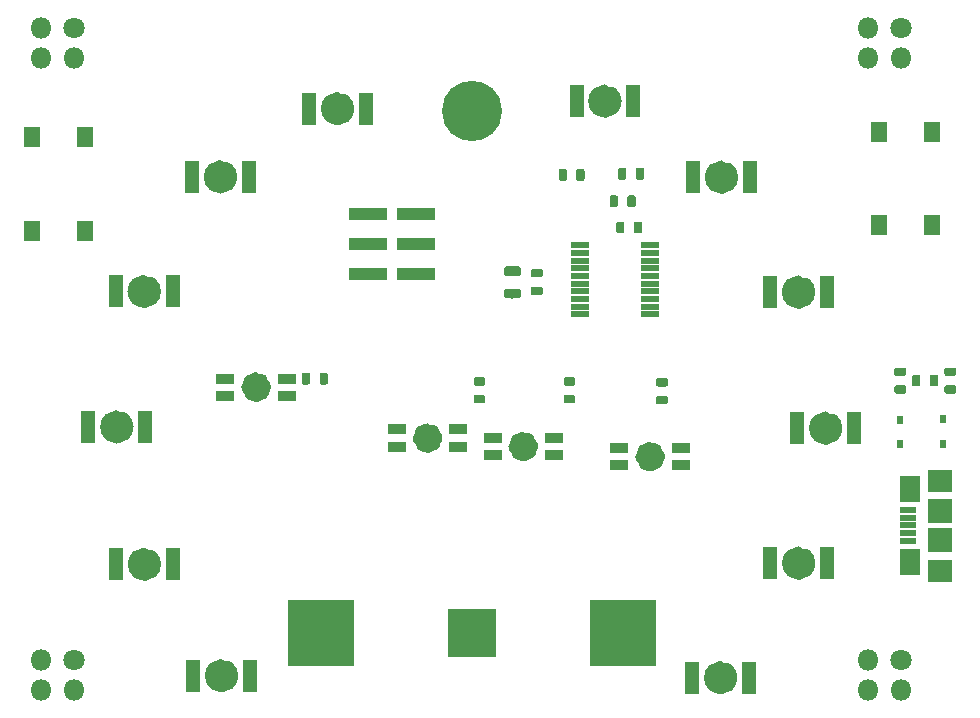
<source format=gbr>
G04 #@! TF.GenerationSoftware,KiCad,Pcbnew,(5.0.0)*
G04 #@! TF.CreationDate,2018-09-19T11:52:00-07:00*
G04 #@! TF.ProjectId,BSidesPDX_2018,4253696465735044585F323031382E6B,rev?*
G04 #@! TF.SameCoordinates,Original*
G04 #@! TF.FileFunction,Soldermask,Bot*
G04 #@! TF.FilePolarity,Negative*
%FSLAX46Y46*%
G04 Gerber Fmt 4.6, Leading zero omitted, Abs format (unit mm)*
G04 Created by KiCad (PCBNEW (5.0.0)) date 09/19/18 11:52:00*
%MOMM*%
%LPD*%
G01*
G04 APERTURE LIST*
%ADD10C,1.500000*%
%ADD11C,1.400000*%
%ADD12R,1.501600X0.901600*%
%ADD13R,1.551600X0.551600*%
%ADD14R,0.551600X0.701600*%
%ADD15C,0.100000*%
%ADD16C,0.701600*%
%ADD17R,1.451600X0.501600*%
%ADD18R,1.701600X2.201600*%
%ADD19R,2.001600X1.901600*%
%ADD20R,2.001600X2.001600*%
%ADD21O,1.801600X1.801600*%
%ADD22C,1.801600*%
%ADD23C,0.801600*%
%ADD24R,1.401600X1.651600*%
%ADD25R,5.601600X5.601600*%
%ADD26R,4.101600X4.101600*%
%ADD27R,1.301600X2.701600*%
%ADD28R,3.251600X1.101600*%
%ADD29C,5.101600*%
G04 APERTURE END LIST*
D10*
G04 #@! TO.C,D104*
X164025200Y-116738400D02*
G75*
G03X164025200Y-116738400I-500000J0D01*
G01*
G04 #@! TO.C,D103*
X153281000Y-115874800D02*
G75*
G03X153281000Y-115874800I-500000J0D01*
G01*
G04 #@! TO.C,D102*
X145178400Y-115163600D02*
G75*
G03X145178400Y-115163600I-500000J0D01*
G01*
G04 #@! TO.C,D101*
X130662300Y-110850000D02*
G75*
G03X130662300Y-110850000I-500000J0D01*
G01*
D11*
G04 #@! TO.C,D1*
X137758400Y-87279480D02*
G75*
G03X137758400Y-87279480I-700000J0D01*
G01*
G04 #@! TO.C,D2*
X121383020Y-102755700D02*
G75*
G03X121383020Y-102755700I-700000J0D01*
G01*
G04 #@! TO.C,D3*
X121400000Y-125850000D02*
G75*
G03X121400000Y-125850000I-700000J0D01*
G01*
G04 #@! TO.C,D4*
X127844780Y-93055440D02*
G75*
G03X127844780Y-93055440I-700000J0D01*
G01*
G04 #@! TO.C,D5*
X170257700Y-93078300D02*
G75*
G03X170257700Y-93078300I-700000J0D01*
G01*
G04 #@! TO.C,D6*
X170194200Y-135458200D02*
G75*
G03X170194200Y-135458200I-700000J0D01*
G01*
G04 #@! TO.C,D7*
X127931140Y-135288020D02*
G75*
G03X127931140Y-135288020I-700000J0D01*
G01*
G04 #@! TO.C,D8*
X119066540Y-114221260D02*
G75*
G03X119066540Y-114221260I-700000J0D01*
G01*
G04 #@! TO.C,D9*
X176798200Y-125755400D02*
G75*
G03X176798200Y-125755400I-700000J0D01*
G01*
G04 #@! TO.C,D10*
X160389800Y-86639400D02*
G75*
G03X160389800Y-86639400I-700000J0D01*
G01*
G04 #@! TO.C,D11*
X176785500Y-102806500D02*
G75*
G03X176785500Y-102806500I-700000J0D01*
G01*
G04 #@! TO.C,D12*
X179084200Y-114325400D02*
G75*
G03X179084200Y-114325400I-700000J0D01*
G01*
G04 #@! TD*
D12*
G04 #@! TO.C,D104*
X160925200Y-117463400D03*
X160925200Y-116013400D03*
X166125200Y-117463400D03*
X166125200Y-116013400D03*
G04 #@! TD*
G04 #@! TO.C,D103*
X150181000Y-116599800D03*
X150181000Y-115149800D03*
X155381000Y-116599800D03*
X155381000Y-115149800D03*
G04 #@! TD*
G04 #@! TO.C,D102*
X142078400Y-115888600D03*
X142078400Y-114438600D03*
X147278400Y-115888600D03*
X147278400Y-114438600D03*
G04 #@! TD*
G04 #@! TO.C,D101*
X127562300Y-111575000D03*
X127562300Y-110125000D03*
X132762300Y-111575000D03*
X132762300Y-110125000D03*
G04 #@! TD*
D13*
G04 #@! TO.C,U1*
X157603400Y-98852800D03*
X157603400Y-99502800D03*
X157603400Y-100152800D03*
X157603400Y-100802800D03*
X157603400Y-101452800D03*
X157603400Y-102102800D03*
X157603400Y-102752800D03*
X157603400Y-103402800D03*
X157603400Y-104052800D03*
X157603400Y-104702800D03*
X163503400Y-104702800D03*
X163503400Y-104052800D03*
X163503400Y-103402800D03*
X163503400Y-102752800D03*
X163503400Y-102102800D03*
X163503400Y-101452800D03*
X163503400Y-100802800D03*
X163503400Y-100152800D03*
X163503400Y-99502800D03*
X163503400Y-98852800D03*
G04 #@! TD*
D14*
G04 #@! TO.C,D13*
X188300000Y-115650000D03*
X188300000Y-113550000D03*
G04 #@! TD*
G04 #@! TO.C,D14*
X184700000Y-115700000D03*
X184700000Y-113600000D03*
G04 #@! TD*
D15*
G04 #@! TO.C,R4*
G36*
X162689792Y-96832845D02*
X162706819Y-96835370D01*
X162723516Y-96839553D01*
X162739723Y-96845352D01*
X162755283Y-96852711D01*
X162770047Y-96861560D01*
X162783873Y-96871814D01*
X162796627Y-96883373D01*
X162808186Y-96896127D01*
X162818440Y-96909953D01*
X162827289Y-96924717D01*
X162834648Y-96940277D01*
X162840447Y-96956484D01*
X162844630Y-96973181D01*
X162847155Y-96990208D01*
X162848000Y-97007400D01*
X162848000Y-97658200D01*
X162847155Y-97675392D01*
X162844630Y-97692419D01*
X162840447Y-97709116D01*
X162834648Y-97725323D01*
X162827289Y-97740883D01*
X162818440Y-97755647D01*
X162808186Y-97769473D01*
X162796627Y-97782227D01*
X162783873Y-97793786D01*
X162770047Y-97804040D01*
X162755283Y-97812889D01*
X162739723Y-97820248D01*
X162723516Y-97826047D01*
X162706819Y-97830230D01*
X162689792Y-97832755D01*
X162672600Y-97833600D01*
X162321800Y-97833600D01*
X162304608Y-97832755D01*
X162287581Y-97830230D01*
X162270884Y-97826047D01*
X162254677Y-97820248D01*
X162239117Y-97812889D01*
X162224353Y-97804040D01*
X162210527Y-97793786D01*
X162197773Y-97782227D01*
X162186214Y-97769473D01*
X162175960Y-97755647D01*
X162167111Y-97740883D01*
X162159752Y-97725323D01*
X162153953Y-97709116D01*
X162149770Y-97692419D01*
X162147245Y-97675392D01*
X162146400Y-97658200D01*
X162146400Y-97007400D01*
X162147245Y-96990208D01*
X162149770Y-96973181D01*
X162153953Y-96956484D01*
X162159752Y-96940277D01*
X162167111Y-96924717D01*
X162175960Y-96909953D01*
X162186214Y-96896127D01*
X162197773Y-96883373D01*
X162210527Y-96871814D01*
X162224353Y-96861560D01*
X162239117Y-96852711D01*
X162254677Y-96845352D01*
X162270884Y-96839553D01*
X162287581Y-96835370D01*
X162304608Y-96832845D01*
X162321800Y-96832000D01*
X162672600Y-96832000D01*
X162689792Y-96832845D01*
X162689792Y-96832845D01*
G37*
D16*
X162497200Y-97332800D03*
D15*
G36*
X161189792Y-96832845D02*
X161206819Y-96835370D01*
X161223516Y-96839553D01*
X161239723Y-96845352D01*
X161255283Y-96852711D01*
X161270047Y-96861560D01*
X161283873Y-96871814D01*
X161296627Y-96883373D01*
X161308186Y-96896127D01*
X161318440Y-96909953D01*
X161327289Y-96924717D01*
X161334648Y-96940277D01*
X161340447Y-96956484D01*
X161344630Y-96973181D01*
X161347155Y-96990208D01*
X161348000Y-97007400D01*
X161348000Y-97658200D01*
X161347155Y-97675392D01*
X161344630Y-97692419D01*
X161340447Y-97709116D01*
X161334648Y-97725323D01*
X161327289Y-97740883D01*
X161318440Y-97755647D01*
X161308186Y-97769473D01*
X161296627Y-97782227D01*
X161283873Y-97793786D01*
X161270047Y-97804040D01*
X161255283Y-97812889D01*
X161239723Y-97820248D01*
X161223516Y-97826047D01*
X161206819Y-97830230D01*
X161189792Y-97832755D01*
X161172600Y-97833600D01*
X160821800Y-97833600D01*
X160804608Y-97832755D01*
X160787581Y-97830230D01*
X160770884Y-97826047D01*
X160754677Y-97820248D01*
X160739117Y-97812889D01*
X160724353Y-97804040D01*
X160710527Y-97793786D01*
X160697773Y-97782227D01*
X160686214Y-97769473D01*
X160675960Y-97755647D01*
X160667111Y-97740883D01*
X160659752Y-97725323D01*
X160653953Y-97709116D01*
X160649770Y-97692419D01*
X160647245Y-97675392D01*
X160646400Y-97658200D01*
X160646400Y-97007400D01*
X160647245Y-96990208D01*
X160649770Y-96973181D01*
X160653953Y-96956484D01*
X160659752Y-96940277D01*
X160667111Y-96924717D01*
X160675960Y-96909953D01*
X160686214Y-96896127D01*
X160697773Y-96883373D01*
X160710527Y-96871814D01*
X160724353Y-96861560D01*
X160739117Y-96852711D01*
X160754677Y-96845352D01*
X160770884Y-96839553D01*
X160787581Y-96835370D01*
X160804608Y-96832845D01*
X160821800Y-96832000D01*
X161172600Y-96832000D01*
X161189792Y-96832845D01*
X161189792Y-96832845D01*
G37*
D16*
X160997200Y-97332800D03*
G04 #@! TD*
D17*
G04 #@! TO.C,J2*
X185391680Y-121915160D03*
X185391680Y-121265160D03*
X185391680Y-123865160D03*
X185391680Y-123215160D03*
X185391680Y-122565160D03*
D18*
X185516680Y-119465160D03*
X185516680Y-125665160D03*
D19*
X188066680Y-118765160D03*
X188066680Y-126415160D03*
D20*
X188066680Y-121365160D03*
X188066680Y-123765160D03*
G04 #@! TD*
D21*
G04 #@! TO.C,X1*
X111953000Y-82990000D03*
X111953000Y-80450000D03*
X114747000Y-82990000D03*
D22*
X114747000Y-80450000D03*
G04 #@! TD*
D21*
G04 #@! TO.C,X2*
X181953000Y-82990000D03*
X181953000Y-80450000D03*
X184747000Y-82990000D03*
D22*
X184747000Y-80450000D03*
G04 #@! TD*
D21*
G04 #@! TO.C,X3*
X111953000Y-136520000D03*
X111953000Y-133980000D03*
X114747000Y-136520000D03*
D22*
X114747000Y-133980000D03*
G04 #@! TD*
D21*
G04 #@! TO.C,X4*
X181953000Y-136520000D03*
X181953000Y-133980000D03*
X184747000Y-136520000D03*
D22*
X184747000Y-133980000D03*
G04 #@! TD*
D15*
G04 #@! TO.C,C1*
G36*
X152386643Y-100631165D02*
X152406096Y-100634051D01*
X152425173Y-100638829D01*
X152443690Y-100645455D01*
X152461468Y-100653863D01*
X152478336Y-100663973D01*
X152494132Y-100675689D01*
X152508704Y-100688896D01*
X152521911Y-100703468D01*
X152533627Y-100719264D01*
X152543737Y-100736132D01*
X152552145Y-100753910D01*
X152558771Y-100772427D01*
X152563549Y-100791504D01*
X152566435Y-100810957D01*
X152567400Y-100830600D01*
X152567400Y-101231400D01*
X152566435Y-101251043D01*
X152563549Y-101270496D01*
X152558771Y-101289573D01*
X152552145Y-101308090D01*
X152543737Y-101325868D01*
X152533627Y-101342736D01*
X152521911Y-101358532D01*
X152508704Y-101373104D01*
X152494132Y-101386311D01*
X152478336Y-101398027D01*
X152461468Y-101408137D01*
X152443690Y-101416545D01*
X152425173Y-101423171D01*
X152406096Y-101427949D01*
X152386643Y-101430835D01*
X152367000Y-101431800D01*
X151366200Y-101431800D01*
X151346557Y-101430835D01*
X151327104Y-101427949D01*
X151308027Y-101423171D01*
X151289510Y-101416545D01*
X151271732Y-101408137D01*
X151254864Y-101398027D01*
X151239068Y-101386311D01*
X151224496Y-101373104D01*
X151211289Y-101358532D01*
X151199573Y-101342736D01*
X151189463Y-101325868D01*
X151181055Y-101308090D01*
X151174429Y-101289573D01*
X151169651Y-101270496D01*
X151166765Y-101251043D01*
X151165800Y-101231400D01*
X151165800Y-100830600D01*
X151166765Y-100810957D01*
X151169651Y-100791504D01*
X151174429Y-100772427D01*
X151181055Y-100753910D01*
X151189463Y-100736132D01*
X151199573Y-100719264D01*
X151211289Y-100703468D01*
X151224496Y-100688896D01*
X151239068Y-100675689D01*
X151254864Y-100663973D01*
X151271732Y-100653863D01*
X151289510Y-100645455D01*
X151308027Y-100638829D01*
X151327104Y-100634051D01*
X151346557Y-100631165D01*
X151366200Y-100630200D01*
X152367000Y-100630200D01*
X152386643Y-100631165D01*
X152386643Y-100631165D01*
G37*
D23*
X151866600Y-101031000D03*
D15*
G36*
X152386643Y-102531165D02*
X152406096Y-102534051D01*
X152425173Y-102538829D01*
X152443690Y-102545455D01*
X152461468Y-102553863D01*
X152478336Y-102563973D01*
X152494132Y-102575689D01*
X152508704Y-102588896D01*
X152521911Y-102603468D01*
X152533627Y-102619264D01*
X152543737Y-102636132D01*
X152552145Y-102653910D01*
X152558771Y-102672427D01*
X152563549Y-102691504D01*
X152566435Y-102710957D01*
X152567400Y-102730600D01*
X152567400Y-103131400D01*
X152566435Y-103151043D01*
X152563549Y-103170496D01*
X152558771Y-103189573D01*
X152552145Y-103208090D01*
X152543737Y-103225868D01*
X152533627Y-103242736D01*
X152521911Y-103258532D01*
X152508704Y-103273104D01*
X152494132Y-103286311D01*
X152478336Y-103298027D01*
X152461468Y-103308137D01*
X152443690Y-103316545D01*
X152425173Y-103323171D01*
X152406096Y-103327949D01*
X152386643Y-103330835D01*
X152367000Y-103331800D01*
X151366200Y-103331800D01*
X151346557Y-103330835D01*
X151327104Y-103327949D01*
X151308027Y-103323171D01*
X151289510Y-103316545D01*
X151271732Y-103308137D01*
X151254864Y-103298027D01*
X151239068Y-103286311D01*
X151224496Y-103273104D01*
X151211289Y-103258532D01*
X151199573Y-103242736D01*
X151189463Y-103225868D01*
X151181055Y-103208090D01*
X151174429Y-103189573D01*
X151169651Y-103170496D01*
X151166765Y-103151043D01*
X151165800Y-103131400D01*
X151165800Y-102730600D01*
X151166765Y-102710957D01*
X151169651Y-102691504D01*
X151174429Y-102672427D01*
X151181055Y-102653910D01*
X151189463Y-102636132D01*
X151199573Y-102619264D01*
X151211289Y-102603468D01*
X151224496Y-102588896D01*
X151239068Y-102575689D01*
X151254864Y-102563973D01*
X151271732Y-102553863D01*
X151289510Y-102545455D01*
X151308027Y-102538829D01*
X151327104Y-102534051D01*
X151346557Y-102531165D01*
X151366200Y-102530200D01*
X152367000Y-102530200D01*
X152386643Y-102531165D01*
X152386643Y-102531165D01*
G37*
D23*
X151866600Y-102931000D03*
G04 #@! TD*
D15*
G04 #@! TO.C,C2*
G36*
X154266592Y-100855645D02*
X154283619Y-100858170D01*
X154300316Y-100862353D01*
X154316523Y-100868152D01*
X154332083Y-100875511D01*
X154346847Y-100884360D01*
X154360673Y-100894614D01*
X154373427Y-100906173D01*
X154384986Y-100918927D01*
X154395240Y-100932753D01*
X154404089Y-100947517D01*
X154411448Y-100963077D01*
X154417247Y-100979284D01*
X154421430Y-100995981D01*
X154423955Y-101013008D01*
X154424800Y-101030200D01*
X154424800Y-101381000D01*
X154423955Y-101398192D01*
X154421430Y-101415219D01*
X154417247Y-101431916D01*
X154411448Y-101448123D01*
X154404089Y-101463683D01*
X154395240Y-101478447D01*
X154384986Y-101492273D01*
X154373427Y-101505027D01*
X154360673Y-101516586D01*
X154346847Y-101526840D01*
X154332083Y-101535689D01*
X154316523Y-101543048D01*
X154300316Y-101548847D01*
X154283619Y-101553030D01*
X154266592Y-101555555D01*
X154249400Y-101556400D01*
X153598600Y-101556400D01*
X153581408Y-101555555D01*
X153564381Y-101553030D01*
X153547684Y-101548847D01*
X153531477Y-101543048D01*
X153515917Y-101535689D01*
X153501153Y-101526840D01*
X153487327Y-101516586D01*
X153474573Y-101505027D01*
X153463014Y-101492273D01*
X153452760Y-101478447D01*
X153443911Y-101463683D01*
X153436552Y-101448123D01*
X153430753Y-101431916D01*
X153426570Y-101415219D01*
X153424045Y-101398192D01*
X153423200Y-101381000D01*
X153423200Y-101030200D01*
X153424045Y-101013008D01*
X153426570Y-100995981D01*
X153430753Y-100979284D01*
X153436552Y-100963077D01*
X153443911Y-100947517D01*
X153452760Y-100932753D01*
X153463014Y-100918927D01*
X153474573Y-100906173D01*
X153487327Y-100894614D01*
X153501153Y-100884360D01*
X153515917Y-100875511D01*
X153531477Y-100868152D01*
X153547684Y-100862353D01*
X153564381Y-100858170D01*
X153581408Y-100855645D01*
X153598600Y-100854800D01*
X154249400Y-100854800D01*
X154266592Y-100855645D01*
X154266592Y-100855645D01*
G37*
D16*
X153924000Y-101205600D03*
D15*
G36*
X154266592Y-102355645D02*
X154283619Y-102358170D01*
X154300316Y-102362353D01*
X154316523Y-102368152D01*
X154332083Y-102375511D01*
X154346847Y-102384360D01*
X154360673Y-102394614D01*
X154373427Y-102406173D01*
X154384986Y-102418927D01*
X154395240Y-102432753D01*
X154404089Y-102447517D01*
X154411448Y-102463077D01*
X154417247Y-102479284D01*
X154421430Y-102495981D01*
X154423955Y-102513008D01*
X154424800Y-102530200D01*
X154424800Y-102881000D01*
X154423955Y-102898192D01*
X154421430Y-102915219D01*
X154417247Y-102931916D01*
X154411448Y-102948123D01*
X154404089Y-102963683D01*
X154395240Y-102978447D01*
X154384986Y-102992273D01*
X154373427Y-103005027D01*
X154360673Y-103016586D01*
X154346847Y-103026840D01*
X154332083Y-103035689D01*
X154316523Y-103043048D01*
X154300316Y-103048847D01*
X154283619Y-103053030D01*
X154266592Y-103055555D01*
X154249400Y-103056400D01*
X153598600Y-103056400D01*
X153581408Y-103055555D01*
X153564381Y-103053030D01*
X153547684Y-103048847D01*
X153531477Y-103043048D01*
X153515917Y-103035689D01*
X153501153Y-103026840D01*
X153487327Y-103016586D01*
X153474573Y-103005027D01*
X153463014Y-102992273D01*
X153452760Y-102978447D01*
X153443911Y-102963683D01*
X153436552Y-102948123D01*
X153430753Y-102931916D01*
X153426570Y-102915219D01*
X153424045Y-102898192D01*
X153423200Y-102881000D01*
X153423200Y-102530200D01*
X153424045Y-102513008D01*
X153426570Y-102495981D01*
X153430753Y-102479284D01*
X153436552Y-102463077D01*
X153443911Y-102447517D01*
X153452760Y-102432753D01*
X153463014Y-102418927D01*
X153474573Y-102406173D01*
X153487327Y-102394614D01*
X153501153Y-102384360D01*
X153515917Y-102375511D01*
X153531477Y-102368152D01*
X153547684Y-102362353D01*
X153564381Y-102358170D01*
X153581408Y-102355645D01*
X153598600Y-102354800D01*
X154249400Y-102354800D01*
X154266592Y-102355645D01*
X154266592Y-102355645D01*
G37*
D16*
X153924000Y-102705600D03*
G04 #@! TD*
D15*
G04 #@! TO.C,R1*
G36*
X156312992Y-92387845D02*
X156330019Y-92390370D01*
X156346716Y-92394553D01*
X156362923Y-92400352D01*
X156378483Y-92407711D01*
X156393247Y-92416560D01*
X156407073Y-92426814D01*
X156419827Y-92438373D01*
X156431386Y-92451127D01*
X156441640Y-92464953D01*
X156450489Y-92479717D01*
X156457848Y-92495277D01*
X156463647Y-92511484D01*
X156467830Y-92528181D01*
X156470355Y-92545208D01*
X156471200Y-92562400D01*
X156471200Y-93213200D01*
X156470355Y-93230392D01*
X156467830Y-93247419D01*
X156463647Y-93264116D01*
X156457848Y-93280323D01*
X156450489Y-93295883D01*
X156441640Y-93310647D01*
X156431386Y-93324473D01*
X156419827Y-93337227D01*
X156407073Y-93348786D01*
X156393247Y-93359040D01*
X156378483Y-93367889D01*
X156362923Y-93375248D01*
X156346716Y-93381047D01*
X156330019Y-93385230D01*
X156312992Y-93387755D01*
X156295800Y-93388600D01*
X155945000Y-93388600D01*
X155927808Y-93387755D01*
X155910781Y-93385230D01*
X155894084Y-93381047D01*
X155877877Y-93375248D01*
X155862317Y-93367889D01*
X155847553Y-93359040D01*
X155833727Y-93348786D01*
X155820973Y-93337227D01*
X155809414Y-93324473D01*
X155799160Y-93310647D01*
X155790311Y-93295883D01*
X155782952Y-93280323D01*
X155777153Y-93264116D01*
X155772970Y-93247419D01*
X155770445Y-93230392D01*
X155769600Y-93213200D01*
X155769600Y-92562400D01*
X155770445Y-92545208D01*
X155772970Y-92528181D01*
X155777153Y-92511484D01*
X155782952Y-92495277D01*
X155790311Y-92479717D01*
X155799160Y-92464953D01*
X155809414Y-92451127D01*
X155820973Y-92438373D01*
X155833727Y-92426814D01*
X155847553Y-92416560D01*
X155862317Y-92407711D01*
X155877877Y-92400352D01*
X155894084Y-92394553D01*
X155910781Y-92390370D01*
X155927808Y-92387845D01*
X155945000Y-92387000D01*
X156295800Y-92387000D01*
X156312992Y-92387845D01*
X156312992Y-92387845D01*
G37*
D16*
X156120400Y-92887800D03*
D15*
G36*
X157812992Y-92387845D02*
X157830019Y-92390370D01*
X157846716Y-92394553D01*
X157862923Y-92400352D01*
X157878483Y-92407711D01*
X157893247Y-92416560D01*
X157907073Y-92426814D01*
X157919827Y-92438373D01*
X157931386Y-92451127D01*
X157941640Y-92464953D01*
X157950489Y-92479717D01*
X157957848Y-92495277D01*
X157963647Y-92511484D01*
X157967830Y-92528181D01*
X157970355Y-92545208D01*
X157971200Y-92562400D01*
X157971200Y-93213200D01*
X157970355Y-93230392D01*
X157967830Y-93247419D01*
X157963647Y-93264116D01*
X157957848Y-93280323D01*
X157950489Y-93295883D01*
X157941640Y-93310647D01*
X157931386Y-93324473D01*
X157919827Y-93337227D01*
X157907073Y-93348786D01*
X157893247Y-93359040D01*
X157878483Y-93367889D01*
X157862923Y-93375248D01*
X157846716Y-93381047D01*
X157830019Y-93385230D01*
X157812992Y-93387755D01*
X157795800Y-93388600D01*
X157445000Y-93388600D01*
X157427808Y-93387755D01*
X157410781Y-93385230D01*
X157394084Y-93381047D01*
X157377877Y-93375248D01*
X157362317Y-93367889D01*
X157347553Y-93359040D01*
X157333727Y-93348786D01*
X157320973Y-93337227D01*
X157309414Y-93324473D01*
X157299160Y-93310647D01*
X157290311Y-93295883D01*
X157282952Y-93280323D01*
X157277153Y-93264116D01*
X157272970Y-93247419D01*
X157270445Y-93230392D01*
X157269600Y-93213200D01*
X157269600Y-92562400D01*
X157270445Y-92545208D01*
X157272970Y-92528181D01*
X157277153Y-92511484D01*
X157282952Y-92495277D01*
X157290311Y-92479717D01*
X157299160Y-92464953D01*
X157309414Y-92451127D01*
X157320973Y-92438373D01*
X157333727Y-92426814D01*
X157347553Y-92416560D01*
X157362317Y-92407711D01*
X157377877Y-92400352D01*
X157394084Y-92394553D01*
X157410781Y-92390370D01*
X157427808Y-92387845D01*
X157445000Y-92387000D01*
X157795800Y-92387000D01*
X157812992Y-92387845D01*
X157812992Y-92387845D01*
G37*
D16*
X157620400Y-92887800D03*
G04 #@! TD*
D15*
G04 #@! TO.C,R2*
G36*
X162855592Y-92286245D02*
X162872619Y-92288770D01*
X162889316Y-92292953D01*
X162905523Y-92298752D01*
X162921083Y-92306111D01*
X162935847Y-92314960D01*
X162949673Y-92325214D01*
X162962427Y-92336773D01*
X162973986Y-92349527D01*
X162984240Y-92363353D01*
X162993089Y-92378117D01*
X163000448Y-92393677D01*
X163006247Y-92409884D01*
X163010430Y-92426581D01*
X163012955Y-92443608D01*
X163013800Y-92460800D01*
X163013800Y-93111600D01*
X163012955Y-93128792D01*
X163010430Y-93145819D01*
X163006247Y-93162516D01*
X163000448Y-93178723D01*
X162993089Y-93194283D01*
X162984240Y-93209047D01*
X162973986Y-93222873D01*
X162962427Y-93235627D01*
X162949673Y-93247186D01*
X162935847Y-93257440D01*
X162921083Y-93266289D01*
X162905523Y-93273648D01*
X162889316Y-93279447D01*
X162872619Y-93283630D01*
X162855592Y-93286155D01*
X162838400Y-93287000D01*
X162487600Y-93287000D01*
X162470408Y-93286155D01*
X162453381Y-93283630D01*
X162436684Y-93279447D01*
X162420477Y-93273648D01*
X162404917Y-93266289D01*
X162390153Y-93257440D01*
X162376327Y-93247186D01*
X162363573Y-93235627D01*
X162352014Y-93222873D01*
X162341760Y-93209047D01*
X162332911Y-93194283D01*
X162325552Y-93178723D01*
X162319753Y-93162516D01*
X162315570Y-93145819D01*
X162313045Y-93128792D01*
X162312200Y-93111600D01*
X162312200Y-92460800D01*
X162313045Y-92443608D01*
X162315570Y-92426581D01*
X162319753Y-92409884D01*
X162325552Y-92393677D01*
X162332911Y-92378117D01*
X162341760Y-92363353D01*
X162352014Y-92349527D01*
X162363573Y-92336773D01*
X162376327Y-92325214D01*
X162390153Y-92314960D01*
X162404917Y-92306111D01*
X162420477Y-92298752D01*
X162436684Y-92292953D01*
X162453381Y-92288770D01*
X162470408Y-92286245D01*
X162487600Y-92285400D01*
X162838400Y-92285400D01*
X162855592Y-92286245D01*
X162855592Y-92286245D01*
G37*
D16*
X162663000Y-92786200D03*
D15*
G36*
X161355592Y-92286245D02*
X161372619Y-92288770D01*
X161389316Y-92292953D01*
X161405523Y-92298752D01*
X161421083Y-92306111D01*
X161435847Y-92314960D01*
X161449673Y-92325214D01*
X161462427Y-92336773D01*
X161473986Y-92349527D01*
X161484240Y-92363353D01*
X161493089Y-92378117D01*
X161500448Y-92393677D01*
X161506247Y-92409884D01*
X161510430Y-92426581D01*
X161512955Y-92443608D01*
X161513800Y-92460800D01*
X161513800Y-93111600D01*
X161512955Y-93128792D01*
X161510430Y-93145819D01*
X161506247Y-93162516D01*
X161500448Y-93178723D01*
X161493089Y-93194283D01*
X161484240Y-93209047D01*
X161473986Y-93222873D01*
X161462427Y-93235627D01*
X161449673Y-93247186D01*
X161435847Y-93257440D01*
X161421083Y-93266289D01*
X161405523Y-93273648D01*
X161389316Y-93279447D01*
X161372619Y-93283630D01*
X161355592Y-93286155D01*
X161338400Y-93287000D01*
X160987600Y-93287000D01*
X160970408Y-93286155D01*
X160953381Y-93283630D01*
X160936684Y-93279447D01*
X160920477Y-93273648D01*
X160904917Y-93266289D01*
X160890153Y-93257440D01*
X160876327Y-93247186D01*
X160863573Y-93235627D01*
X160852014Y-93222873D01*
X160841760Y-93209047D01*
X160832911Y-93194283D01*
X160825552Y-93178723D01*
X160819753Y-93162516D01*
X160815570Y-93145819D01*
X160813045Y-93128792D01*
X160812200Y-93111600D01*
X160812200Y-92460800D01*
X160813045Y-92443608D01*
X160815570Y-92426581D01*
X160819753Y-92409884D01*
X160825552Y-92393677D01*
X160832911Y-92378117D01*
X160841760Y-92363353D01*
X160852014Y-92349527D01*
X160863573Y-92336773D01*
X160876327Y-92325214D01*
X160890153Y-92314960D01*
X160904917Y-92306111D01*
X160920477Y-92298752D01*
X160936684Y-92292953D01*
X160953381Y-92288770D01*
X160970408Y-92286245D01*
X160987600Y-92285400D01*
X161338400Y-92285400D01*
X161355592Y-92286245D01*
X161355592Y-92286245D01*
G37*
D16*
X161163000Y-92786200D03*
G04 #@! TD*
D15*
G04 #@! TO.C,R3*
G36*
X162130992Y-94623045D02*
X162148019Y-94625570D01*
X162164716Y-94629753D01*
X162180923Y-94635552D01*
X162196483Y-94642911D01*
X162211247Y-94651760D01*
X162225073Y-94662014D01*
X162237827Y-94673573D01*
X162249386Y-94686327D01*
X162259640Y-94700153D01*
X162268489Y-94714917D01*
X162275848Y-94730477D01*
X162281647Y-94746684D01*
X162285830Y-94763381D01*
X162288355Y-94780408D01*
X162289200Y-94797600D01*
X162289200Y-95448400D01*
X162288355Y-95465592D01*
X162285830Y-95482619D01*
X162281647Y-95499316D01*
X162275848Y-95515523D01*
X162268489Y-95531083D01*
X162259640Y-95545847D01*
X162249386Y-95559673D01*
X162237827Y-95572427D01*
X162225073Y-95583986D01*
X162211247Y-95594240D01*
X162196483Y-95603089D01*
X162180923Y-95610448D01*
X162164716Y-95616247D01*
X162148019Y-95620430D01*
X162130992Y-95622955D01*
X162113800Y-95623800D01*
X161763000Y-95623800D01*
X161745808Y-95622955D01*
X161728781Y-95620430D01*
X161712084Y-95616247D01*
X161695877Y-95610448D01*
X161680317Y-95603089D01*
X161665553Y-95594240D01*
X161651727Y-95583986D01*
X161638973Y-95572427D01*
X161627414Y-95559673D01*
X161617160Y-95545847D01*
X161608311Y-95531083D01*
X161600952Y-95515523D01*
X161595153Y-95499316D01*
X161590970Y-95482619D01*
X161588445Y-95465592D01*
X161587600Y-95448400D01*
X161587600Y-94797600D01*
X161588445Y-94780408D01*
X161590970Y-94763381D01*
X161595153Y-94746684D01*
X161600952Y-94730477D01*
X161608311Y-94714917D01*
X161617160Y-94700153D01*
X161627414Y-94686327D01*
X161638973Y-94673573D01*
X161651727Y-94662014D01*
X161665553Y-94651760D01*
X161680317Y-94642911D01*
X161695877Y-94635552D01*
X161712084Y-94629753D01*
X161728781Y-94625570D01*
X161745808Y-94623045D01*
X161763000Y-94622200D01*
X162113800Y-94622200D01*
X162130992Y-94623045D01*
X162130992Y-94623045D01*
G37*
D16*
X161938400Y-95123000D03*
D15*
G36*
X160630992Y-94623045D02*
X160648019Y-94625570D01*
X160664716Y-94629753D01*
X160680923Y-94635552D01*
X160696483Y-94642911D01*
X160711247Y-94651760D01*
X160725073Y-94662014D01*
X160737827Y-94673573D01*
X160749386Y-94686327D01*
X160759640Y-94700153D01*
X160768489Y-94714917D01*
X160775848Y-94730477D01*
X160781647Y-94746684D01*
X160785830Y-94763381D01*
X160788355Y-94780408D01*
X160789200Y-94797600D01*
X160789200Y-95448400D01*
X160788355Y-95465592D01*
X160785830Y-95482619D01*
X160781647Y-95499316D01*
X160775848Y-95515523D01*
X160768489Y-95531083D01*
X160759640Y-95545847D01*
X160749386Y-95559673D01*
X160737827Y-95572427D01*
X160725073Y-95583986D01*
X160711247Y-95594240D01*
X160696483Y-95603089D01*
X160680923Y-95610448D01*
X160664716Y-95616247D01*
X160648019Y-95620430D01*
X160630992Y-95622955D01*
X160613800Y-95623800D01*
X160263000Y-95623800D01*
X160245808Y-95622955D01*
X160228781Y-95620430D01*
X160212084Y-95616247D01*
X160195877Y-95610448D01*
X160180317Y-95603089D01*
X160165553Y-95594240D01*
X160151727Y-95583986D01*
X160138973Y-95572427D01*
X160127414Y-95559673D01*
X160117160Y-95545847D01*
X160108311Y-95531083D01*
X160100952Y-95515523D01*
X160095153Y-95499316D01*
X160090970Y-95482619D01*
X160088445Y-95465592D01*
X160087600Y-95448400D01*
X160087600Y-94797600D01*
X160088445Y-94780408D01*
X160090970Y-94763381D01*
X160095153Y-94746684D01*
X160100952Y-94730477D01*
X160108311Y-94714917D01*
X160117160Y-94700153D01*
X160127414Y-94686327D01*
X160138973Y-94673573D01*
X160151727Y-94662014D01*
X160165553Y-94651760D01*
X160180317Y-94642911D01*
X160195877Y-94635552D01*
X160212084Y-94629753D01*
X160228781Y-94625570D01*
X160245808Y-94623045D01*
X160263000Y-94622200D01*
X160613800Y-94622200D01*
X160630992Y-94623045D01*
X160630992Y-94623045D01*
G37*
D16*
X160438400Y-95123000D03*
G04 #@! TD*
D15*
G04 #@! TO.C,R5*
G36*
X189280492Y-110699545D02*
X189297519Y-110702070D01*
X189314216Y-110706253D01*
X189330423Y-110712052D01*
X189345983Y-110719411D01*
X189360747Y-110728260D01*
X189374573Y-110738514D01*
X189387327Y-110750073D01*
X189398886Y-110762827D01*
X189409140Y-110776653D01*
X189417989Y-110791417D01*
X189425348Y-110806977D01*
X189431147Y-110823184D01*
X189435330Y-110839881D01*
X189437855Y-110856908D01*
X189438700Y-110874100D01*
X189438700Y-111224900D01*
X189437855Y-111242092D01*
X189435330Y-111259119D01*
X189431147Y-111275816D01*
X189425348Y-111292023D01*
X189417989Y-111307583D01*
X189409140Y-111322347D01*
X189398886Y-111336173D01*
X189387327Y-111348927D01*
X189374573Y-111360486D01*
X189360747Y-111370740D01*
X189345983Y-111379589D01*
X189330423Y-111386948D01*
X189314216Y-111392747D01*
X189297519Y-111396930D01*
X189280492Y-111399455D01*
X189263300Y-111400300D01*
X188612500Y-111400300D01*
X188595308Y-111399455D01*
X188578281Y-111396930D01*
X188561584Y-111392747D01*
X188545377Y-111386948D01*
X188529817Y-111379589D01*
X188515053Y-111370740D01*
X188501227Y-111360486D01*
X188488473Y-111348927D01*
X188476914Y-111336173D01*
X188466660Y-111322347D01*
X188457811Y-111307583D01*
X188450452Y-111292023D01*
X188444653Y-111275816D01*
X188440470Y-111259119D01*
X188437945Y-111242092D01*
X188437100Y-111224900D01*
X188437100Y-110874100D01*
X188437945Y-110856908D01*
X188440470Y-110839881D01*
X188444653Y-110823184D01*
X188450452Y-110806977D01*
X188457811Y-110791417D01*
X188466660Y-110776653D01*
X188476914Y-110762827D01*
X188488473Y-110750073D01*
X188501227Y-110738514D01*
X188515053Y-110728260D01*
X188529817Y-110719411D01*
X188545377Y-110712052D01*
X188561584Y-110706253D01*
X188578281Y-110702070D01*
X188595308Y-110699545D01*
X188612500Y-110698700D01*
X189263300Y-110698700D01*
X189280492Y-110699545D01*
X189280492Y-110699545D01*
G37*
D16*
X188937900Y-111049500D03*
D15*
G36*
X189280492Y-109199545D02*
X189297519Y-109202070D01*
X189314216Y-109206253D01*
X189330423Y-109212052D01*
X189345983Y-109219411D01*
X189360747Y-109228260D01*
X189374573Y-109238514D01*
X189387327Y-109250073D01*
X189398886Y-109262827D01*
X189409140Y-109276653D01*
X189417989Y-109291417D01*
X189425348Y-109306977D01*
X189431147Y-109323184D01*
X189435330Y-109339881D01*
X189437855Y-109356908D01*
X189438700Y-109374100D01*
X189438700Y-109724900D01*
X189437855Y-109742092D01*
X189435330Y-109759119D01*
X189431147Y-109775816D01*
X189425348Y-109792023D01*
X189417989Y-109807583D01*
X189409140Y-109822347D01*
X189398886Y-109836173D01*
X189387327Y-109848927D01*
X189374573Y-109860486D01*
X189360747Y-109870740D01*
X189345983Y-109879589D01*
X189330423Y-109886948D01*
X189314216Y-109892747D01*
X189297519Y-109896930D01*
X189280492Y-109899455D01*
X189263300Y-109900300D01*
X188612500Y-109900300D01*
X188595308Y-109899455D01*
X188578281Y-109896930D01*
X188561584Y-109892747D01*
X188545377Y-109886948D01*
X188529817Y-109879589D01*
X188515053Y-109870740D01*
X188501227Y-109860486D01*
X188488473Y-109848927D01*
X188476914Y-109836173D01*
X188466660Y-109822347D01*
X188457811Y-109807583D01*
X188450452Y-109792023D01*
X188444653Y-109775816D01*
X188440470Y-109759119D01*
X188437945Y-109742092D01*
X188437100Y-109724900D01*
X188437100Y-109374100D01*
X188437945Y-109356908D01*
X188440470Y-109339881D01*
X188444653Y-109323184D01*
X188450452Y-109306977D01*
X188457811Y-109291417D01*
X188466660Y-109276653D01*
X188476914Y-109262827D01*
X188488473Y-109250073D01*
X188501227Y-109238514D01*
X188515053Y-109228260D01*
X188529817Y-109219411D01*
X188545377Y-109212052D01*
X188561584Y-109206253D01*
X188578281Y-109202070D01*
X188595308Y-109199545D01*
X188612500Y-109198700D01*
X189263300Y-109198700D01*
X189280492Y-109199545D01*
X189280492Y-109199545D01*
G37*
D16*
X188937900Y-109549500D03*
G04 #@! TD*
D15*
G04 #@! TO.C,R6*
G36*
X185042592Y-109200045D02*
X185059619Y-109202570D01*
X185076316Y-109206753D01*
X185092523Y-109212552D01*
X185108083Y-109219911D01*
X185122847Y-109228760D01*
X185136673Y-109239014D01*
X185149427Y-109250573D01*
X185160986Y-109263327D01*
X185171240Y-109277153D01*
X185180089Y-109291917D01*
X185187448Y-109307477D01*
X185193247Y-109323684D01*
X185197430Y-109340381D01*
X185199955Y-109357408D01*
X185200800Y-109374600D01*
X185200800Y-109725400D01*
X185199955Y-109742592D01*
X185197430Y-109759619D01*
X185193247Y-109776316D01*
X185187448Y-109792523D01*
X185180089Y-109808083D01*
X185171240Y-109822847D01*
X185160986Y-109836673D01*
X185149427Y-109849427D01*
X185136673Y-109860986D01*
X185122847Y-109871240D01*
X185108083Y-109880089D01*
X185092523Y-109887448D01*
X185076316Y-109893247D01*
X185059619Y-109897430D01*
X185042592Y-109899955D01*
X185025400Y-109900800D01*
X184374600Y-109900800D01*
X184357408Y-109899955D01*
X184340381Y-109897430D01*
X184323684Y-109893247D01*
X184307477Y-109887448D01*
X184291917Y-109880089D01*
X184277153Y-109871240D01*
X184263327Y-109860986D01*
X184250573Y-109849427D01*
X184239014Y-109836673D01*
X184228760Y-109822847D01*
X184219911Y-109808083D01*
X184212552Y-109792523D01*
X184206753Y-109776316D01*
X184202570Y-109759619D01*
X184200045Y-109742592D01*
X184199200Y-109725400D01*
X184199200Y-109374600D01*
X184200045Y-109357408D01*
X184202570Y-109340381D01*
X184206753Y-109323684D01*
X184212552Y-109307477D01*
X184219911Y-109291917D01*
X184228760Y-109277153D01*
X184239014Y-109263327D01*
X184250573Y-109250573D01*
X184263327Y-109239014D01*
X184277153Y-109228760D01*
X184291917Y-109219911D01*
X184307477Y-109212552D01*
X184323684Y-109206753D01*
X184340381Y-109202570D01*
X184357408Y-109200045D01*
X184374600Y-109199200D01*
X185025400Y-109199200D01*
X185042592Y-109200045D01*
X185042592Y-109200045D01*
G37*
D16*
X184700000Y-109550000D03*
D15*
G36*
X185042592Y-110700045D02*
X185059619Y-110702570D01*
X185076316Y-110706753D01*
X185092523Y-110712552D01*
X185108083Y-110719911D01*
X185122847Y-110728760D01*
X185136673Y-110739014D01*
X185149427Y-110750573D01*
X185160986Y-110763327D01*
X185171240Y-110777153D01*
X185180089Y-110791917D01*
X185187448Y-110807477D01*
X185193247Y-110823684D01*
X185197430Y-110840381D01*
X185199955Y-110857408D01*
X185200800Y-110874600D01*
X185200800Y-111225400D01*
X185199955Y-111242592D01*
X185197430Y-111259619D01*
X185193247Y-111276316D01*
X185187448Y-111292523D01*
X185180089Y-111308083D01*
X185171240Y-111322847D01*
X185160986Y-111336673D01*
X185149427Y-111349427D01*
X185136673Y-111360986D01*
X185122847Y-111371240D01*
X185108083Y-111380089D01*
X185092523Y-111387448D01*
X185076316Y-111393247D01*
X185059619Y-111397430D01*
X185042592Y-111399955D01*
X185025400Y-111400800D01*
X184374600Y-111400800D01*
X184357408Y-111399955D01*
X184340381Y-111397430D01*
X184323684Y-111393247D01*
X184307477Y-111387448D01*
X184291917Y-111380089D01*
X184277153Y-111371240D01*
X184263327Y-111360986D01*
X184250573Y-111349427D01*
X184239014Y-111336673D01*
X184228760Y-111322847D01*
X184219911Y-111308083D01*
X184212552Y-111292523D01*
X184206753Y-111276316D01*
X184202570Y-111259619D01*
X184200045Y-111242592D01*
X184199200Y-111225400D01*
X184199200Y-110874600D01*
X184200045Y-110857408D01*
X184202570Y-110840381D01*
X184206753Y-110823684D01*
X184212552Y-110807477D01*
X184219911Y-110791917D01*
X184228760Y-110777153D01*
X184239014Y-110763327D01*
X184250573Y-110750573D01*
X184263327Y-110739014D01*
X184277153Y-110728760D01*
X184291917Y-110719911D01*
X184307477Y-110712552D01*
X184323684Y-110706753D01*
X184340381Y-110702570D01*
X184357408Y-110700045D01*
X184374600Y-110699200D01*
X185025400Y-110699200D01*
X185042592Y-110700045D01*
X185042592Y-110700045D01*
G37*
D16*
X184700000Y-111050000D03*
G04 #@! TD*
D15*
G04 #@! TO.C,R7*
G36*
X186242592Y-109800045D02*
X186259619Y-109802570D01*
X186276316Y-109806753D01*
X186292523Y-109812552D01*
X186308083Y-109819911D01*
X186322847Y-109828760D01*
X186336673Y-109839014D01*
X186349427Y-109850573D01*
X186360986Y-109863327D01*
X186371240Y-109877153D01*
X186380089Y-109891917D01*
X186387448Y-109907477D01*
X186393247Y-109923684D01*
X186397430Y-109940381D01*
X186399955Y-109957408D01*
X186400800Y-109974600D01*
X186400800Y-110625400D01*
X186399955Y-110642592D01*
X186397430Y-110659619D01*
X186393247Y-110676316D01*
X186387448Y-110692523D01*
X186380089Y-110708083D01*
X186371240Y-110722847D01*
X186360986Y-110736673D01*
X186349427Y-110749427D01*
X186336673Y-110760986D01*
X186322847Y-110771240D01*
X186308083Y-110780089D01*
X186292523Y-110787448D01*
X186276316Y-110793247D01*
X186259619Y-110797430D01*
X186242592Y-110799955D01*
X186225400Y-110800800D01*
X185874600Y-110800800D01*
X185857408Y-110799955D01*
X185840381Y-110797430D01*
X185823684Y-110793247D01*
X185807477Y-110787448D01*
X185791917Y-110780089D01*
X185777153Y-110771240D01*
X185763327Y-110760986D01*
X185750573Y-110749427D01*
X185739014Y-110736673D01*
X185728760Y-110722847D01*
X185719911Y-110708083D01*
X185712552Y-110692523D01*
X185706753Y-110676316D01*
X185702570Y-110659619D01*
X185700045Y-110642592D01*
X185699200Y-110625400D01*
X185699200Y-109974600D01*
X185700045Y-109957408D01*
X185702570Y-109940381D01*
X185706753Y-109923684D01*
X185712552Y-109907477D01*
X185719911Y-109891917D01*
X185728760Y-109877153D01*
X185739014Y-109863327D01*
X185750573Y-109850573D01*
X185763327Y-109839014D01*
X185777153Y-109828760D01*
X185791917Y-109819911D01*
X185807477Y-109812552D01*
X185823684Y-109806753D01*
X185840381Y-109802570D01*
X185857408Y-109800045D01*
X185874600Y-109799200D01*
X186225400Y-109799200D01*
X186242592Y-109800045D01*
X186242592Y-109800045D01*
G37*
D16*
X186050000Y-110300000D03*
D15*
G36*
X187742592Y-109800045D02*
X187759619Y-109802570D01*
X187776316Y-109806753D01*
X187792523Y-109812552D01*
X187808083Y-109819911D01*
X187822847Y-109828760D01*
X187836673Y-109839014D01*
X187849427Y-109850573D01*
X187860986Y-109863327D01*
X187871240Y-109877153D01*
X187880089Y-109891917D01*
X187887448Y-109907477D01*
X187893247Y-109923684D01*
X187897430Y-109940381D01*
X187899955Y-109957408D01*
X187900800Y-109974600D01*
X187900800Y-110625400D01*
X187899955Y-110642592D01*
X187897430Y-110659619D01*
X187893247Y-110676316D01*
X187887448Y-110692523D01*
X187880089Y-110708083D01*
X187871240Y-110722847D01*
X187860986Y-110736673D01*
X187849427Y-110749427D01*
X187836673Y-110760986D01*
X187822847Y-110771240D01*
X187808083Y-110780089D01*
X187792523Y-110787448D01*
X187776316Y-110793247D01*
X187759619Y-110797430D01*
X187742592Y-110799955D01*
X187725400Y-110800800D01*
X187374600Y-110800800D01*
X187357408Y-110799955D01*
X187340381Y-110797430D01*
X187323684Y-110793247D01*
X187307477Y-110787448D01*
X187291917Y-110780089D01*
X187277153Y-110771240D01*
X187263327Y-110760986D01*
X187250573Y-110749427D01*
X187239014Y-110736673D01*
X187228760Y-110722847D01*
X187219911Y-110708083D01*
X187212552Y-110692523D01*
X187206753Y-110676316D01*
X187202570Y-110659619D01*
X187200045Y-110642592D01*
X187199200Y-110625400D01*
X187199200Y-109974600D01*
X187200045Y-109957408D01*
X187202570Y-109940381D01*
X187206753Y-109923684D01*
X187212552Y-109907477D01*
X187219911Y-109891917D01*
X187228760Y-109877153D01*
X187239014Y-109863327D01*
X187250573Y-109850573D01*
X187263327Y-109839014D01*
X187277153Y-109828760D01*
X187291917Y-109819911D01*
X187307477Y-109812552D01*
X187323684Y-109806753D01*
X187340381Y-109802570D01*
X187357408Y-109800045D01*
X187374600Y-109799200D01*
X187725400Y-109799200D01*
X187742592Y-109800045D01*
X187742592Y-109800045D01*
G37*
D16*
X187550000Y-110300000D03*
G04 #@! TD*
D15*
G04 #@! TO.C,R101*
G36*
X134570592Y-109634445D02*
X134587619Y-109636970D01*
X134604316Y-109641153D01*
X134620523Y-109646952D01*
X134636083Y-109654311D01*
X134650847Y-109663160D01*
X134664673Y-109673414D01*
X134677427Y-109684973D01*
X134688986Y-109697727D01*
X134699240Y-109711553D01*
X134708089Y-109726317D01*
X134715448Y-109741877D01*
X134721247Y-109758084D01*
X134725430Y-109774781D01*
X134727955Y-109791808D01*
X134728800Y-109809000D01*
X134728800Y-110459800D01*
X134727955Y-110476992D01*
X134725430Y-110494019D01*
X134721247Y-110510716D01*
X134715448Y-110526923D01*
X134708089Y-110542483D01*
X134699240Y-110557247D01*
X134688986Y-110571073D01*
X134677427Y-110583827D01*
X134664673Y-110595386D01*
X134650847Y-110605640D01*
X134636083Y-110614489D01*
X134620523Y-110621848D01*
X134604316Y-110627647D01*
X134587619Y-110631830D01*
X134570592Y-110634355D01*
X134553400Y-110635200D01*
X134202600Y-110635200D01*
X134185408Y-110634355D01*
X134168381Y-110631830D01*
X134151684Y-110627647D01*
X134135477Y-110621848D01*
X134119917Y-110614489D01*
X134105153Y-110605640D01*
X134091327Y-110595386D01*
X134078573Y-110583827D01*
X134067014Y-110571073D01*
X134056760Y-110557247D01*
X134047911Y-110542483D01*
X134040552Y-110526923D01*
X134034753Y-110510716D01*
X134030570Y-110494019D01*
X134028045Y-110476992D01*
X134027200Y-110459800D01*
X134027200Y-109809000D01*
X134028045Y-109791808D01*
X134030570Y-109774781D01*
X134034753Y-109758084D01*
X134040552Y-109741877D01*
X134047911Y-109726317D01*
X134056760Y-109711553D01*
X134067014Y-109697727D01*
X134078573Y-109684973D01*
X134091327Y-109673414D01*
X134105153Y-109663160D01*
X134119917Y-109654311D01*
X134135477Y-109646952D01*
X134151684Y-109641153D01*
X134168381Y-109636970D01*
X134185408Y-109634445D01*
X134202600Y-109633600D01*
X134553400Y-109633600D01*
X134570592Y-109634445D01*
X134570592Y-109634445D01*
G37*
D16*
X134378000Y-110134400D03*
D15*
G36*
X136070592Y-109634445D02*
X136087619Y-109636970D01*
X136104316Y-109641153D01*
X136120523Y-109646952D01*
X136136083Y-109654311D01*
X136150847Y-109663160D01*
X136164673Y-109673414D01*
X136177427Y-109684973D01*
X136188986Y-109697727D01*
X136199240Y-109711553D01*
X136208089Y-109726317D01*
X136215448Y-109741877D01*
X136221247Y-109758084D01*
X136225430Y-109774781D01*
X136227955Y-109791808D01*
X136228800Y-109809000D01*
X136228800Y-110459800D01*
X136227955Y-110476992D01*
X136225430Y-110494019D01*
X136221247Y-110510716D01*
X136215448Y-110526923D01*
X136208089Y-110542483D01*
X136199240Y-110557247D01*
X136188986Y-110571073D01*
X136177427Y-110583827D01*
X136164673Y-110595386D01*
X136150847Y-110605640D01*
X136136083Y-110614489D01*
X136120523Y-110621848D01*
X136104316Y-110627647D01*
X136087619Y-110631830D01*
X136070592Y-110634355D01*
X136053400Y-110635200D01*
X135702600Y-110635200D01*
X135685408Y-110634355D01*
X135668381Y-110631830D01*
X135651684Y-110627647D01*
X135635477Y-110621848D01*
X135619917Y-110614489D01*
X135605153Y-110605640D01*
X135591327Y-110595386D01*
X135578573Y-110583827D01*
X135567014Y-110571073D01*
X135556760Y-110557247D01*
X135547911Y-110542483D01*
X135540552Y-110526923D01*
X135534753Y-110510716D01*
X135530570Y-110494019D01*
X135528045Y-110476992D01*
X135527200Y-110459800D01*
X135527200Y-109809000D01*
X135528045Y-109791808D01*
X135530570Y-109774781D01*
X135534753Y-109758084D01*
X135540552Y-109741877D01*
X135547911Y-109726317D01*
X135556760Y-109711553D01*
X135567014Y-109697727D01*
X135578573Y-109684973D01*
X135591327Y-109673414D01*
X135605153Y-109663160D01*
X135619917Y-109654311D01*
X135635477Y-109646952D01*
X135651684Y-109641153D01*
X135668381Y-109636970D01*
X135685408Y-109634445D01*
X135702600Y-109633600D01*
X136053400Y-109633600D01*
X136070592Y-109634445D01*
X136070592Y-109634445D01*
G37*
D16*
X135878000Y-110134400D03*
G04 #@! TD*
D15*
G04 #@! TO.C,R102*
G36*
X149415192Y-111525045D02*
X149432219Y-111527570D01*
X149448916Y-111531753D01*
X149465123Y-111537552D01*
X149480683Y-111544911D01*
X149495447Y-111553760D01*
X149509273Y-111564014D01*
X149522027Y-111575573D01*
X149533586Y-111588327D01*
X149543840Y-111602153D01*
X149552689Y-111616917D01*
X149560048Y-111632477D01*
X149565847Y-111648684D01*
X149570030Y-111665381D01*
X149572555Y-111682408D01*
X149573400Y-111699600D01*
X149573400Y-112050400D01*
X149572555Y-112067592D01*
X149570030Y-112084619D01*
X149565847Y-112101316D01*
X149560048Y-112117523D01*
X149552689Y-112133083D01*
X149543840Y-112147847D01*
X149533586Y-112161673D01*
X149522027Y-112174427D01*
X149509273Y-112185986D01*
X149495447Y-112196240D01*
X149480683Y-112205089D01*
X149465123Y-112212448D01*
X149448916Y-112218247D01*
X149432219Y-112222430D01*
X149415192Y-112224955D01*
X149398000Y-112225800D01*
X148747200Y-112225800D01*
X148730008Y-112224955D01*
X148712981Y-112222430D01*
X148696284Y-112218247D01*
X148680077Y-112212448D01*
X148664517Y-112205089D01*
X148649753Y-112196240D01*
X148635927Y-112185986D01*
X148623173Y-112174427D01*
X148611614Y-112161673D01*
X148601360Y-112147847D01*
X148592511Y-112133083D01*
X148585152Y-112117523D01*
X148579353Y-112101316D01*
X148575170Y-112084619D01*
X148572645Y-112067592D01*
X148571800Y-112050400D01*
X148571800Y-111699600D01*
X148572645Y-111682408D01*
X148575170Y-111665381D01*
X148579353Y-111648684D01*
X148585152Y-111632477D01*
X148592511Y-111616917D01*
X148601360Y-111602153D01*
X148611614Y-111588327D01*
X148623173Y-111575573D01*
X148635927Y-111564014D01*
X148649753Y-111553760D01*
X148664517Y-111544911D01*
X148680077Y-111537552D01*
X148696284Y-111531753D01*
X148712981Y-111527570D01*
X148730008Y-111525045D01*
X148747200Y-111524200D01*
X149398000Y-111524200D01*
X149415192Y-111525045D01*
X149415192Y-111525045D01*
G37*
D16*
X149072600Y-111875000D03*
D15*
G36*
X149415192Y-110025045D02*
X149432219Y-110027570D01*
X149448916Y-110031753D01*
X149465123Y-110037552D01*
X149480683Y-110044911D01*
X149495447Y-110053760D01*
X149509273Y-110064014D01*
X149522027Y-110075573D01*
X149533586Y-110088327D01*
X149543840Y-110102153D01*
X149552689Y-110116917D01*
X149560048Y-110132477D01*
X149565847Y-110148684D01*
X149570030Y-110165381D01*
X149572555Y-110182408D01*
X149573400Y-110199600D01*
X149573400Y-110550400D01*
X149572555Y-110567592D01*
X149570030Y-110584619D01*
X149565847Y-110601316D01*
X149560048Y-110617523D01*
X149552689Y-110633083D01*
X149543840Y-110647847D01*
X149533586Y-110661673D01*
X149522027Y-110674427D01*
X149509273Y-110685986D01*
X149495447Y-110696240D01*
X149480683Y-110705089D01*
X149465123Y-110712448D01*
X149448916Y-110718247D01*
X149432219Y-110722430D01*
X149415192Y-110724955D01*
X149398000Y-110725800D01*
X148747200Y-110725800D01*
X148730008Y-110724955D01*
X148712981Y-110722430D01*
X148696284Y-110718247D01*
X148680077Y-110712448D01*
X148664517Y-110705089D01*
X148649753Y-110696240D01*
X148635927Y-110685986D01*
X148623173Y-110674427D01*
X148611614Y-110661673D01*
X148601360Y-110647847D01*
X148592511Y-110633083D01*
X148585152Y-110617523D01*
X148579353Y-110601316D01*
X148575170Y-110584619D01*
X148572645Y-110567592D01*
X148571800Y-110550400D01*
X148571800Y-110199600D01*
X148572645Y-110182408D01*
X148575170Y-110165381D01*
X148579353Y-110148684D01*
X148585152Y-110132477D01*
X148592511Y-110116917D01*
X148601360Y-110102153D01*
X148611614Y-110088327D01*
X148623173Y-110075573D01*
X148635927Y-110064014D01*
X148649753Y-110053760D01*
X148664517Y-110044911D01*
X148680077Y-110037552D01*
X148696284Y-110031753D01*
X148712981Y-110027570D01*
X148730008Y-110025045D01*
X148747200Y-110024200D01*
X149398000Y-110024200D01*
X149415192Y-110025045D01*
X149415192Y-110025045D01*
G37*
D16*
X149072600Y-110375000D03*
G04 #@! TD*
D15*
G04 #@! TO.C,R103*
G36*
X157035192Y-111525045D02*
X157052219Y-111527570D01*
X157068916Y-111531753D01*
X157085123Y-111537552D01*
X157100683Y-111544911D01*
X157115447Y-111553760D01*
X157129273Y-111564014D01*
X157142027Y-111575573D01*
X157153586Y-111588327D01*
X157163840Y-111602153D01*
X157172689Y-111616917D01*
X157180048Y-111632477D01*
X157185847Y-111648684D01*
X157190030Y-111665381D01*
X157192555Y-111682408D01*
X157193400Y-111699600D01*
X157193400Y-112050400D01*
X157192555Y-112067592D01*
X157190030Y-112084619D01*
X157185847Y-112101316D01*
X157180048Y-112117523D01*
X157172689Y-112133083D01*
X157163840Y-112147847D01*
X157153586Y-112161673D01*
X157142027Y-112174427D01*
X157129273Y-112185986D01*
X157115447Y-112196240D01*
X157100683Y-112205089D01*
X157085123Y-112212448D01*
X157068916Y-112218247D01*
X157052219Y-112222430D01*
X157035192Y-112224955D01*
X157018000Y-112225800D01*
X156367200Y-112225800D01*
X156350008Y-112224955D01*
X156332981Y-112222430D01*
X156316284Y-112218247D01*
X156300077Y-112212448D01*
X156284517Y-112205089D01*
X156269753Y-112196240D01*
X156255927Y-112185986D01*
X156243173Y-112174427D01*
X156231614Y-112161673D01*
X156221360Y-112147847D01*
X156212511Y-112133083D01*
X156205152Y-112117523D01*
X156199353Y-112101316D01*
X156195170Y-112084619D01*
X156192645Y-112067592D01*
X156191800Y-112050400D01*
X156191800Y-111699600D01*
X156192645Y-111682408D01*
X156195170Y-111665381D01*
X156199353Y-111648684D01*
X156205152Y-111632477D01*
X156212511Y-111616917D01*
X156221360Y-111602153D01*
X156231614Y-111588327D01*
X156243173Y-111575573D01*
X156255927Y-111564014D01*
X156269753Y-111553760D01*
X156284517Y-111544911D01*
X156300077Y-111537552D01*
X156316284Y-111531753D01*
X156332981Y-111527570D01*
X156350008Y-111525045D01*
X156367200Y-111524200D01*
X157018000Y-111524200D01*
X157035192Y-111525045D01*
X157035192Y-111525045D01*
G37*
D16*
X156692600Y-111875000D03*
D15*
G36*
X157035192Y-110025045D02*
X157052219Y-110027570D01*
X157068916Y-110031753D01*
X157085123Y-110037552D01*
X157100683Y-110044911D01*
X157115447Y-110053760D01*
X157129273Y-110064014D01*
X157142027Y-110075573D01*
X157153586Y-110088327D01*
X157163840Y-110102153D01*
X157172689Y-110116917D01*
X157180048Y-110132477D01*
X157185847Y-110148684D01*
X157190030Y-110165381D01*
X157192555Y-110182408D01*
X157193400Y-110199600D01*
X157193400Y-110550400D01*
X157192555Y-110567592D01*
X157190030Y-110584619D01*
X157185847Y-110601316D01*
X157180048Y-110617523D01*
X157172689Y-110633083D01*
X157163840Y-110647847D01*
X157153586Y-110661673D01*
X157142027Y-110674427D01*
X157129273Y-110685986D01*
X157115447Y-110696240D01*
X157100683Y-110705089D01*
X157085123Y-110712448D01*
X157068916Y-110718247D01*
X157052219Y-110722430D01*
X157035192Y-110724955D01*
X157018000Y-110725800D01*
X156367200Y-110725800D01*
X156350008Y-110724955D01*
X156332981Y-110722430D01*
X156316284Y-110718247D01*
X156300077Y-110712448D01*
X156284517Y-110705089D01*
X156269753Y-110696240D01*
X156255927Y-110685986D01*
X156243173Y-110674427D01*
X156231614Y-110661673D01*
X156221360Y-110647847D01*
X156212511Y-110633083D01*
X156205152Y-110617523D01*
X156199353Y-110601316D01*
X156195170Y-110584619D01*
X156192645Y-110567592D01*
X156191800Y-110550400D01*
X156191800Y-110199600D01*
X156192645Y-110182408D01*
X156195170Y-110165381D01*
X156199353Y-110148684D01*
X156205152Y-110132477D01*
X156212511Y-110116917D01*
X156221360Y-110102153D01*
X156231614Y-110088327D01*
X156243173Y-110075573D01*
X156255927Y-110064014D01*
X156269753Y-110053760D01*
X156284517Y-110044911D01*
X156300077Y-110037552D01*
X156316284Y-110031753D01*
X156332981Y-110027570D01*
X156350008Y-110025045D01*
X156367200Y-110024200D01*
X157018000Y-110024200D01*
X157035192Y-110025045D01*
X157035192Y-110025045D01*
G37*
D16*
X156692600Y-110375000D03*
G04 #@! TD*
D15*
G04 #@! TO.C,R104*
G36*
X164858392Y-111601245D02*
X164875419Y-111603770D01*
X164892116Y-111607953D01*
X164908323Y-111613752D01*
X164923883Y-111621111D01*
X164938647Y-111629960D01*
X164952473Y-111640214D01*
X164965227Y-111651773D01*
X164976786Y-111664527D01*
X164987040Y-111678353D01*
X164995889Y-111693117D01*
X165003248Y-111708677D01*
X165009047Y-111724884D01*
X165013230Y-111741581D01*
X165015755Y-111758608D01*
X165016600Y-111775800D01*
X165016600Y-112126600D01*
X165015755Y-112143792D01*
X165013230Y-112160819D01*
X165009047Y-112177516D01*
X165003248Y-112193723D01*
X164995889Y-112209283D01*
X164987040Y-112224047D01*
X164976786Y-112237873D01*
X164965227Y-112250627D01*
X164952473Y-112262186D01*
X164938647Y-112272440D01*
X164923883Y-112281289D01*
X164908323Y-112288648D01*
X164892116Y-112294447D01*
X164875419Y-112298630D01*
X164858392Y-112301155D01*
X164841200Y-112302000D01*
X164190400Y-112302000D01*
X164173208Y-112301155D01*
X164156181Y-112298630D01*
X164139484Y-112294447D01*
X164123277Y-112288648D01*
X164107717Y-112281289D01*
X164092953Y-112272440D01*
X164079127Y-112262186D01*
X164066373Y-112250627D01*
X164054814Y-112237873D01*
X164044560Y-112224047D01*
X164035711Y-112209283D01*
X164028352Y-112193723D01*
X164022553Y-112177516D01*
X164018370Y-112160819D01*
X164015845Y-112143792D01*
X164015000Y-112126600D01*
X164015000Y-111775800D01*
X164015845Y-111758608D01*
X164018370Y-111741581D01*
X164022553Y-111724884D01*
X164028352Y-111708677D01*
X164035711Y-111693117D01*
X164044560Y-111678353D01*
X164054814Y-111664527D01*
X164066373Y-111651773D01*
X164079127Y-111640214D01*
X164092953Y-111629960D01*
X164107717Y-111621111D01*
X164123277Y-111613752D01*
X164139484Y-111607953D01*
X164156181Y-111603770D01*
X164173208Y-111601245D01*
X164190400Y-111600400D01*
X164841200Y-111600400D01*
X164858392Y-111601245D01*
X164858392Y-111601245D01*
G37*
D16*
X164515800Y-111951200D03*
D15*
G36*
X164858392Y-110101245D02*
X164875419Y-110103770D01*
X164892116Y-110107953D01*
X164908323Y-110113752D01*
X164923883Y-110121111D01*
X164938647Y-110129960D01*
X164952473Y-110140214D01*
X164965227Y-110151773D01*
X164976786Y-110164527D01*
X164987040Y-110178353D01*
X164995889Y-110193117D01*
X165003248Y-110208677D01*
X165009047Y-110224884D01*
X165013230Y-110241581D01*
X165015755Y-110258608D01*
X165016600Y-110275800D01*
X165016600Y-110626600D01*
X165015755Y-110643792D01*
X165013230Y-110660819D01*
X165009047Y-110677516D01*
X165003248Y-110693723D01*
X164995889Y-110709283D01*
X164987040Y-110724047D01*
X164976786Y-110737873D01*
X164965227Y-110750627D01*
X164952473Y-110762186D01*
X164938647Y-110772440D01*
X164923883Y-110781289D01*
X164908323Y-110788648D01*
X164892116Y-110794447D01*
X164875419Y-110798630D01*
X164858392Y-110801155D01*
X164841200Y-110802000D01*
X164190400Y-110802000D01*
X164173208Y-110801155D01*
X164156181Y-110798630D01*
X164139484Y-110794447D01*
X164123277Y-110788648D01*
X164107717Y-110781289D01*
X164092953Y-110772440D01*
X164079127Y-110762186D01*
X164066373Y-110750627D01*
X164054814Y-110737873D01*
X164044560Y-110724047D01*
X164035711Y-110709283D01*
X164028352Y-110693723D01*
X164022553Y-110677516D01*
X164018370Y-110660819D01*
X164015845Y-110643792D01*
X164015000Y-110626600D01*
X164015000Y-110275800D01*
X164015845Y-110258608D01*
X164018370Y-110241581D01*
X164022553Y-110224884D01*
X164028352Y-110208677D01*
X164035711Y-110193117D01*
X164044560Y-110178353D01*
X164054814Y-110164527D01*
X164066373Y-110151773D01*
X164079127Y-110140214D01*
X164092953Y-110129960D01*
X164107717Y-110121111D01*
X164123277Y-110113752D01*
X164139484Y-110107953D01*
X164156181Y-110103770D01*
X164173208Y-110101245D01*
X164190400Y-110100400D01*
X164841200Y-110100400D01*
X164858392Y-110101245D01*
X164858392Y-110101245D01*
G37*
D16*
X164515800Y-110451200D03*
G04 #@! TD*
D24*
G04 #@! TO.C,S1*
X111153380Y-89679880D03*
X111153380Y-97629880D03*
X115653380Y-89679880D03*
X115653380Y-97629880D03*
G04 #@! TD*
G04 #@! TO.C,S2*
X187421080Y-97162520D03*
X187421080Y-89212520D03*
X182921080Y-97162520D03*
X182921080Y-89212520D03*
G04 #@! TD*
D25*
G04 #@! TO.C,BT1*
X135625000Y-131675000D03*
X161225000Y-131675000D03*
D26*
X148425000Y-131675000D03*
G04 #@! TD*
D27*
G04 #@! TO.C,D1*
X134658400Y-87279480D03*
X139458400Y-87279480D03*
G04 #@! TD*
G04 #@! TO.C,D2*
X118283020Y-102755700D03*
X123083020Y-102755700D03*
G04 #@! TD*
G04 #@! TO.C,D3*
X118300000Y-125850000D03*
X123100000Y-125850000D03*
G04 #@! TD*
G04 #@! TO.C,D4*
X129544780Y-93055440D03*
X124744780Y-93055440D03*
G04 #@! TD*
G04 #@! TO.C,D5*
X171957700Y-93078300D03*
X167157700Y-93078300D03*
G04 #@! TD*
G04 #@! TO.C,D6*
X171894200Y-135458200D03*
X167094200Y-135458200D03*
G04 #@! TD*
G04 #@! TO.C,D7*
X129631140Y-135288020D03*
X124831140Y-135288020D03*
G04 #@! TD*
G04 #@! TO.C,D8*
X120766540Y-114221260D03*
X115966540Y-114221260D03*
G04 #@! TD*
G04 #@! TO.C,D9*
X173698200Y-125755400D03*
X178498200Y-125755400D03*
G04 #@! TD*
G04 #@! TO.C,D10*
X157289800Y-86639400D03*
X162089800Y-86639400D03*
G04 #@! TD*
G04 #@! TO.C,D11*
X173685500Y-102806500D03*
X178485500Y-102806500D03*
G04 #@! TD*
G04 #@! TO.C,D12*
X180784200Y-114325400D03*
X175984200Y-114325400D03*
G04 #@! TD*
D28*
G04 #@! TO.C,J1*
X143655400Y-96215200D03*
X139605400Y-96215200D03*
X143655400Y-98755200D03*
X139605400Y-98755200D03*
X143655400Y-101295200D03*
X139605400Y-101295200D03*
G04 #@! TD*
D29*
G04 #@! TO.C,*
X148400011Y-87443078D03*
G04 #@! TD*
M02*

</source>
